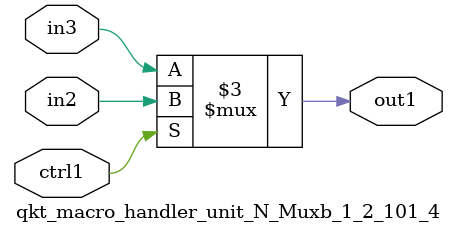
<source format=v>

`timescale 1ps / 1ps


module qkt_macro_handler_unit_N_Muxb_1_2_101_4( in3, in2, ctrl1, out1 );

    input in3;
    input in2;
    input ctrl1;
    output out1;
    reg out1;

    
    // rtl_process:qkt_macro_handler_unit_N_Muxb_1_2_101_4/qkt_macro_handler_unit_N_Muxb_1_2_101_4_thread_1
    always @*
      begin : qkt_macro_handler_unit_N_Muxb_1_2_101_4_thread_1
        case (ctrl1) 
          1'b1: 
            begin
              out1 = in2;
            end
          default: 
            begin
              out1 = in3;
            end
        endcase
      end

endmodule





</source>
